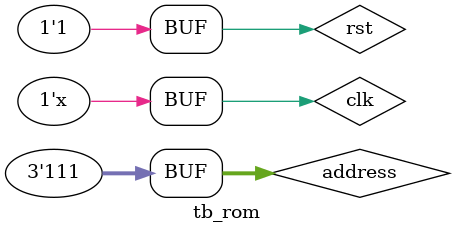
<source format=v>
module rom( input clk,rst,
            input [2:0] address,
            output reg [7:0] data_out);

//reg [7:0] mem [7:0] = {8'd1,8'd2,8'd3,8'd4,8'd5,8'd6,8'd7,8'd8};

reg [7:0] mem [7:0]; //8 bytes=64 bits with 3 adress lines  
initial
begin
mem[0]=8'd1;
mem[1]=8'd2;
mem[2]=8'd3;
mem[3]=8'd4;
mem[4]=8'd5;
mem[5]=8'd6;
mem[6]=8'd7;
mem[7]=8'd8;
end
always@(posedge clk)
	begin
	if(!rst)
	data_out<=8'b0000_0000;
	else
	data_out<=mem[address];
	end
//assign data_out=temp;
endmodule

module tb_rom;
reg clk,rst;
reg [2:0] address;
wire [7:0] data_out;

rom uut(.clk(clk),.rst(rst),.address(address),.data_out(data_out));

always #5 clk = ~clk;
initial
	begin
	clk=1; rst=0; address=0; 
#10; rst=1;
//#10; address=0;
#10; address=1;
#10; address=2;
#10; address=3;
#10; address=4;
#10; address=5;
#10; address=6;
#10; address=7;
	end
endmodule




</source>
